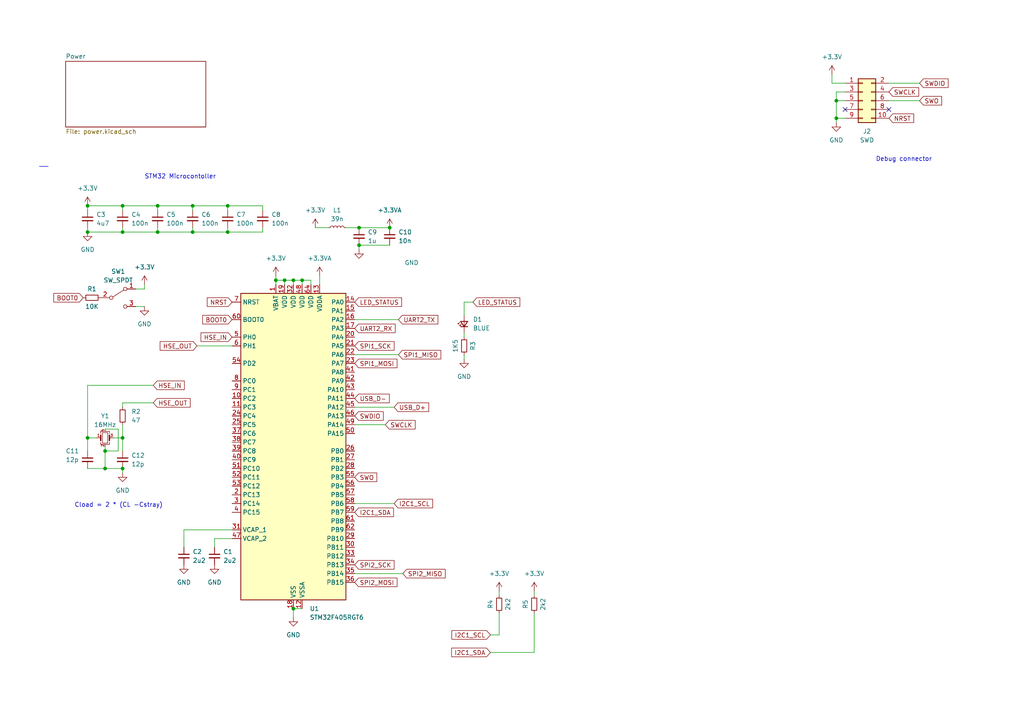
<source format=kicad_sch>
(kicad_sch (version 20230121) (generator eeschema)
  (paper "A4")
  (title_block (title "stm32f405 MCU") (date "2023-10-15") (rev "v1.0") (company "NE Lab ( Ebenezer Asabre )"))
  (lib_symbols
    (symbol "Connector_Generic:Conn_02x05_Odd_Even" (pin_names (offset 1.016) hide)
      (property "Reference" "J" (at 1.27 7.62 0))
      (property "Value" "Conn_02x05_Odd_Even" (at 1.27 -7.62 0))
      (symbol "Conn_02x05_Odd_Even_1_1"
        (rectangle (start -1.27 -4.953) (end 0 -5.207) (stroke (width 0.1524)))
        (rectangle (start -1.27 -2.413) (end 0 -2.667) (stroke (width 0.1524)))
        (rectangle (start -1.27 0.127) (end 0 -0.127) (stroke (width 0.1524)))
        (rectangle (start -1.27 2.667) (end 0 2.413) (stroke (width 0.1524)))
        (rectangle (start -1.27 5.207) (end 0 4.953) (stroke (width 0.1524)))
        (rectangle (start -1.27 6.35) (end 3.81 -6.35) (stroke (width 0.254)) (fill (type background)))
        (rectangle (start 3.81 -4.953) (end 2.54 -5.207) (stroke (width 0.1524)))
        (rectangle (start 3.81 -2.413) (end 2.54 -2.667) (stroke (width 0.1524)))
        (rectangle (start 3.81 0.127) (end 2.54 -0.127) (stroke (width 0.1524)))
        (rectangle (start 3.81 2.667) (end 2.54 2.413) (stroke (width 0.1524)))
        (rectangle (start 3.81 5.207) (end 2.54 4.953) (stroke (width 0.1524)))
        (pin passive line (at -5.08 5.08 0) (length 3.81) (name "Pin_1") (number "1"))
        (pin passive line (at 7.62 -5.08 180) (length 3.81) (name "Pin_10") (number "10"))
        (pin passive line (at 7.62 5.08 180) (length 3.81) (name "Pin_2") (number "2"))
        (pin passive line (at -5.08 2.54 0) (length 3.81) (name "Pin_3") (number "3"))
        (pin passive line (at 7.62 2.54 180) (length 3.81) (name "Pin_4") (number "4"))
        (pin passive line (at -5.08 0 0) (length 3.81) (name "Pin_5") (number "5"))
        (pin passive line (at 7.62 0 180) (length 3.81) (name "Pin_6") (number "6"))
        (pin passive line (at -5.08 -2.54 0) (length 3.81) (name "Pin_7") (number "7"))
        (pin passive line (at 7.62 -2.54 180) (length 3.81) (name "Pin_8") (number "8"))
        (pin passive line (at -5.08 -5.08 0) (length 3.81) (name "Pin_9") (number "9"))
      )
    )
    (symbol "Device:C_Small" (pin_numbers hide) (pin_names (offset 0.254) hide)
      (property "Reference" "C" (at 0.254 1.778 0))
      (property "Value" "C_Small" (at 0.254 -2.032 0))
      (symbol "C_Small_0_1"
        (polyline (pts (xy -1.524 -0.508) (xy 1.524 -0.508)) (stroke (width 0.3302)))
        (polyline (pts (xy -1.524 0.508) (xy 1.524 0.508)) (stroke (width 0.3048)))
      )
      (symbol "C_Small_1_1"
        (pin passive line (at 0 2.54 270) (length 2.032) (name "~") (number "1"))
        (pin passive line (at 0 -2.54 90) (length 2.032) (name "~") (number "2"))
      )
    )
    (symbol "Device:Crystal_GND24_Small" (pin_names (offset 1.016) hide)
      (property "Reference" "Y" (at 1.27 4.445 0))
      (property "Value" "Crystal_GND24_Small" (at 1.27 2.54 0))
      (symbol "Crystal_GND24_Small_0_1"
        (rectangle (start -0.762 -1.524) (end 0.762 1.524))
        (polyline (pts (xy -1.27 -0.762) (xy -1.27 0.762)) (stroke (width 0.381)))
        (polyline (pts (xy 1.27 -0.762) (xy 1.27 0.762)) (stroke (width 0.381)))
        (polyline (pts (xy -1.27 -1.27) (xy -1.27 -1.905) (xy 1.27 -1.905) (xy 1.27 -1.27)))
        (polyline (pts (xy -1.27 1.27) (xy -1.27 1.905) (xy 1.27 1.905) (xy 1.27 1.27)))
      )
      (symbol "Crystal_GND24_Small_1_1"
        (pin passive line (at -2.54 0 0) (length 1.27) (name "1") (number "1"))
        (pin passive line (at 0 -2.54 90) (length 0.635) (name "2") (number "2"))
        (pin passive line (at 2.54 0 180) (length 1.27) (name "3") (number "3"))
        (pin passive line (at 0 2.54 270) (length 0.635) (name "4") (number "4"))
      )
    )
    (symbol "Device:LED_Small" (pin_numbers hide) (pin_names (offset 0.254) hide)
      (property "Reference" "D" (at -1.27 3.175 0))
      (property "Value" "LED_Small" (at -4.445 -2.54 0))
      (symbol "LED_Small_0_1"
        (polyline (pts (xy -0.762 -1.016) (xy -0.762 1.016)) (stroke (width 0.254)))
        (polyline (pts (xy 1.016 0) (xy -0.762 0)))
        (polyline (pts (xy 0.762 -1.016) (xy -0.762 0) (xy 0.762 1.016) (xy 0.762 -1.016)) (stroke (width 0.254)))
        (polyline (pts (xy 0 0.762) (xy -0.508 1.27) (xy -0.254 1.27) (xy -0.508 1.27) (xy -0.508 1.016)))
        (polyline (pts (xy 0.508 1.27) (xy 0 1.778) (xy 0.254 1.778) (xy 0 1.778) (xy 0 1.524)))
      )
      (symbol "LED_Small_1_1"
        (pin passive line (at -2.54 0 0) (length 1.778) (name "K") (number "1"))
        (pin passive line (at 2.54 0 180) (length 1.778) (name "A") (number "2"))
      )
    )
    (symbol "Device:L_Small" (pin_numbers hide) (pin_names (offset 0.254) hide)
      (property "Reference" "L" (at 0.762 1.016 0))
      (property "Value" "L_Small" (at 0.762 -1.016 0))
      (symbol "L_Small_0_1"
        (arc (start 0 -2.032) (mid 0.5058 -1.524) (end 0 -1.016))
        (arc (start 0 -1.016) (mid 0.5058 -0.508) (end 0 0))
        (arc (start 0 0) (mid 0.5058 0.508) (end 0 1.016))
        (arc (start 0 1.016) (mid 0.5058 1.524) (end 0 2.032))
      )
      (symbol "L_Small_1_1"
        (pin passive line (at 0 2.54 270) (length 0.508) (name "~") (number "1"))
        (pin passive line (at 0 -2.54 90) (length 0.508) (name "~") (number "2"))
      )
    )
    (symbol "Device:R_Small" (pin_numbers hide) (pin_names (offset 0.254) hide)
      (property "Reference" "R" (at 0.762 0.508 0))
      (property "Value" "R_Small" (at 0.762 -1.016 0))
      (symbol "R_Small_0_1"
        (rectangle (start -0.762 1.778) (end 0.762 -1.778) (stroke (width 0.2032)))
      )
      (symbol "R_Small_1_1"
        (pin passive line (at 0 2.54 270) (length 0.762) (name "~") (number "1"))
        (pin passive line (at 0 -2.54 90) (length 0.762) (name "~") (number "2"))
      )
    )
    (symbol "MCU_ST_STM32F4:STM32F405RGTx"
      (property "Reference" "U" (at -15.24 46.99 0))
      (property "Value" "STM32F405RGTx" (at 10.16 46.99 0))
      (symbol "STM32F405RGTx_0_1"
        (rectangle (start -15.24 -43.18) (end 15.24 45.72) (stroke (width 0.254)) (fill (type background)))
      )
      (symbol "STM32F405RGTx_1_1"
        (pin power_in line (at -5.08 48.26 270) (length 2.54) (name "VBAT") (number "1"))
        (pin bidirectional line (at -17.78 15.24 0) (length 2.54) (name "PC2") (number "10"))
        (pin bidirectional line (at -17.78 12.7 0) (length 2.54) (name "PC3") (number "11"))
        (pin power_in line (at 2.54 -45.72 90) (length 2.54) (name "VSSA") (number "12"))
        (pin power_in line (at 7.62 48.26 270) (length 2.54) (name "VDDA") (number "13"))
        (pin bidirectional line (at 17.78 43.18 180) (length 2.54) (name "PA0") (number "14"))
        (pin bidirectional line (at 17.78 40.64 180) (length 2.54) (name "PA1") (number "15"))
        (pin bidirectional line (at 17.78 38.1 180) (length 2.54) (name "PA2") (number "16"))
        (pin bidirectional line (at 17.78 35.56 180) (length 2.54) (name "PA3") (number "17"))
        (pin power_in line (at 0 -45.72 90) (length 2.54) (name "VSS") (number "18"))
        (pin power_in line (at -2.54 48.26 270) (length 2.54) (name "VDD") (number "19"))
        (pin bidirectional line (at -17.78 -12.7 0) (length 2.54) (name "PC13") (number "2"))
        (pin bidirectional line (at 17.78 33.02 180) (length 2.54) (name "PA4") (number "20"))
        (pin bidirectional line (at 17.78 30.48 180) (length 2.54) (name "PA5") (number "21"))
        (pin bidirectional line (at 17.78 27.94 180) (length 2.54) (name "PA6") (number "22"))
        (pin bidirectional line (at 17.78 25.4 180) (length 2.54) (name "PA7") (number "23"))
        (pin bidirectional line (at -17.78 10.16 0) (length 2.54) (name "PC4") (number "24"))
        (pin bidirectional line (at -17.78 7.62 0) (length 2.54) (name "PC5") (number "25"))
        (pin bidirectional line (at 17.78 0 180) (length 2.54) (name "PB0") (number "26"))
        (pin bidirectional line (at 17.78 -2.54 180) (length 2.54) (name "PB1") (number "27"))
        (pin bidirectional line (at 17.78 -5.08 180) (length 2.54) (name "PB2") (number "28"))
        (pin bidirectional line (at 17.78 -25.4 180) (length 2.54) (name "PB10") (number "29"))
        (pin bidirectional line (at -17.78 -15.24 0) (length 2.54) (name "PC14") (number "3"))
        (pin bidirectional line (at 17.78 -27.94 180) (length 2.54) (name "PB11") (number "30"))
        (pin power_out line (at -17.78 -22.86 0) (length 2.54) (name "VCAP_1") (number "31"))
        (pin power_in line (at 0 48.26 270) (length 2.54) (name "VDD") (number "32"))
        (pin bidirectional line (at 17.78 -30.48 180) (length 2.54) (name "PB12") (number "33"))
        (pin bidirectional line (at 17.78 -33.02 180) (length 2.54) (name "PB13") (number "34"))
        (pin bidirectional line (at 17.78 -35.56 180) (length 2.54) (name "PB14") (number "35"))
        (pin bidirectional line (at 17.78 -38.1 180) (length 2.54) (name "PB15") (number "36"))
        (pin bidirectional line (at -17.78 5.08 0) (length 2.54) (name "PC6") (number "37"))
        (pin bidirectional line (at -17.78 2.54 0) (length 2.54) (name "PC7") (number "38"))
        (pin bidirectional line (at -17.78 0 0) (length 2.54) (name "PC8") (number "39"))
        (pin bidirectional line (at -17.78 -17.78 0) (length 2.54) (name "PC15") (number "4"))
        (pin bidirectional line (at -17.78 -2.54 0) (length 2.54) (name "PC9") (number "40"))
        (pin bidirectional line (at 17.78 22.86 180) (length 2.54) (name "PA8") (number "41"))
        (pin bidirectional line (at 17.78 20.32 180) (length 2.54) (name "PA9") (number "42"))
        (pin bidirectional line (at 17.78 17.78 180) (length 2.54) (name "PA10") (number "43"))
        (pin bidirectional line (at 17.78 15.24 180) (length 2.54) (name "PA11") (number "44"))
        (pin bidirectional line (at 17.78 12.7 180) (length 2.54) (name "PA12") (number "45"))
        (pin bidirectional line (at 17.78 10.16 180) (length 2.54) (name "PA13") (number "46"))
        (pin power_out line (at -17.78 -25.4 0) (length 2.54) (name "VCAP_2") (number "47"))
        (pin power_in line (at 2.54 48.26 270) (length 2.54) (name "VDD") (number "48"))
        (pin bidirectional line (at 17.78 7.62 180) (length 2.54) (name "PA14") (number "49"))
        (pin bidirectional line (at -17.78 33.02 0) (length 2.54) (name "PH0") (number "5"))
        (pin bidirectional line (at 17.78 5.08 180) (length 2.54) (name "PA15") (number "50"))
        (pin bidirectional line (at -17.78 -5.08 0) (length 2.54) (name "PC10") (number "51"))
        (pin bidirectional line (at -17.78 -7.62 0) (length 2.54) (name "PC11") (number "52"))
        (pin bidirectional line (at -17.78 -10.16 0) (length 2.54) (name "PC12") (number "53"))
        (pin bidirectional line (at -17.78 25.4 0) (length 2.54) (name "PD2") (number "54"))
        (pin bidirectional line (at 17.78 -7.62 180) (length 2.54) (name "PB3") (number "55"))
        (pin bidirectional line (at 17.78 -10.16 180) (length 2.54) (name "PB4") (number "56"))
        (pin bidirectional line (at 17.78 -12.7 180) (length 2.54) (name "PB5") (number "57"))
        (pin bidirectional line (at 17.78 -15.24 180) (length 2.54) (name "PB6") (number "58"))
        (pin bidirectional line (at 17.78 -17.78 180) (length 2.54) (name "PB7") (number "59"))
        (pin bidirectional line (at -17.78 30.48 0) (length 2.54) (name "PH1") (number "6"))
        (pin input line (at -17.78 38.1 0) (length 2.54) (name "BOOT0") (number "60"))
        (pin bidirectional line (at 17.78 -20.32 180) (length 2.54) (name "PB8") (number "61"))
        (pin bidirectional line (at 17.78 -22.86 180) (length 2.54) (name "PB9") (number "62"))
        (pin passive line (at 0 -45.72 90) (length 2.54) hide (name "VSS") (number "63"))
        (pin power_in line (at 5.08 48.26 270) (length 2.54) (name "VDD") (number "64"))
        (pin input line (at -17.78 43.18 0) (length 2.54) (name "NRST") (number "7"))
        (pin bidirectional line (at -17.78 20.32 0) (length 2.54) (name "PC0") (number "8"))
        (pin bidirectional line (at -17.78 17.78 0) (length 2.54) (name "PC1") (number "9"))
      )
    )
    (symbol "Switch:SW_SPDT" (pin_names (offset 0) hide)
      (property "Reference" "SW" (at 0 4.318 0))
      (property "Value" "SW_SPDT" (at 0 -5.08 0))
      (symbol "SW_SPDT_0_0"
        (circle (center -2.032 0) (radius 0.508))
        (circle (center 2.032 -2.54) (radius 0.508))
      )
      (symbol "SW_SPDT_0_1"
        (polyline (pts (xy -1.524 0.254) (xy 1.651 2.286)))
        (circle (center 2.032 2.54) (radius 0.508))
      )
      (symbol "SW_SPDT_1_1"
        (pin passive line (at 5.08 2.54 180) (length 2.54) (name "A") (number "1"))
        (pin passive line (at -5.08 0 0) (length 2.54) (name "B") (number "2"))
        (pin passive line (at 5.08 -2.54 180) (length 2.54) (name "C") (number "3"))
      )
    )
    (symbol "power:+3.3V" (power) (pin_names (offset 0))
      (property "Value" "+3.3V" (at 0 3.556 0))
      (symbol "+3.3V_0_1"
        (polyline (pts (xy -0.762 1.27) (xy 0 2.54)))
        (polyline (pts (xy 0 0) (xy 0 2.54)))
        (polyline (pts (xy 0 2.54) (xy 0.762 1.27)))
      )
      (symbol "+3.3V_1_1"
        (pin power_in line (at 0 0 90) (length 0) hide (name "+3.3V") (number "1"))
      )
    )
    (symbol "power:+3.3VA" (power) (pin_names (offset 0))
      (property "Value" "+3.3VA" (at 0 3.556 0))
      (symbol "+3.3VA_0_1"
        (polyline (pts (xy -0.762 1.27) (xy 0 2.54)))
        (polyline (pts (xy 0 0) (xy 0 2.54)))
        (polyline (pts (xy 0 2.54) (xy 0.762 1.27)))
      )
      (symbol "+3.3VA_1_1"
        (pin power_in line (at 0 0 90) (length 0) hide (name "+3.3VA") (number "1"))
      )
    )
    (symbol "power:GND" (power) (pin_names (offset 0))
      (property "Value" "GND" (at 0 -3.81 0))
      (symbol "GND_0_1"
        (polyline (pts (xy 0 0) (xy 0 -1.27) (xy 1.27 -1.27) (xy 0 -2.54) (xy -1.27 -1.27) (xy 0 -1.27)))
      )
      (symbol "GND_1_1"
        (pin power_in line (at 0 0 270) (length 0) hide (name "GND") (number "1"))
      )
    )
  )
  (junction (at 35.56 67.31))
  (junction (at 82.55 81.28))
  (junction (at 85.09 176.53))
  (junction (at 35.56 135.89))
  (junction (at 35.56 59.69))
  (junction (at 45.72 67.31))
  (junction (at 242.57 34.29))
  (junction (at 55.88 67.31))
  (junction (at 30.48 135.89))
  (junction (at 55.88 59.69))
  (junction (at 85.09 81.28))
  (junction (at 66.04 67.31))
  (junction (at 25.4 127))
  (junction (at 104.14 71.12))
  (junction (at 25.4 67.31))
  (junction (at 113.03 66.04))
  (junction (at 25.4 59.69))
  (junction (at 104.14 66.04))
  (junction (at 80.01 81.28))
  (junction (at 242.57 29.21))
  (junction (at 35.56 127))
  (junction (at 66.04 59.69))
  (junction (at 87.63 81.28))
  (junction (at 30.48 130.81))
  (junction (at 45.72 59.69))
  (no_connect (at 245.11 31.75))
  (no_connect (at 257.81 31.75))
  (wire (pts (xy 66.04 66.04) (xy 66.04 67.31)))
  (wire (pts (xy 55.88 59.69) (xy 55.88 60.96)))
  (wire (pts (xy 102.87 166.37) (xy 116.84 166.37)))
  (wire (pts (xy 242.57 29.21) (xy 242.57 34.29)))
  (wire (pts (xy 35.56 59.69) (xy 35.56 60.96)))
  (wire (pts (xy 80.01 81.28) (xy 80.01 82.55)))
  (wire (pts (xy 134.62 91.44) (xy 134.62 87.63)))
  (wire (pts (xy 100.33 66.04) (xy 104.14 66.04)))
  (wire (pts (xy 102.87 123.19) (xy 111.76 123.19)))
  (wire (pts (xy 39.37 88.9) (xy 41.91 88.9)))
  (wire (pts (xy 76.2 59.69) (xy 76.2 60.96)))
  (wire (pts (xy 45.72 67.31) (xy 55.88 67.31)))
  (wire (pts (xy 102.87 102.87) (xy 115.57 102.87)))
  (wire (pts (xy 44.45 111.76) (xy 25.4 111.76)))
  (wire (pts (xy 35.56 66.04) (xy 35.56 67.31)))
  (wire (pts (xy 154.94 189.23) (xy 142.24 189.23)))
  (wire (pts (xy 87.63 81.28) (xy 87.63 82.55)))
  (wire (pts (xy 25.4 60.96) (xy 25.4 59.69)))
  (wire (pts (xy 82.55 81.28) (xy 82.55 82.55)))
  (wire (pts (xy 82.55 81.28) (xy 85.09 81.28)))
  (wire (pts (xy 134.62 102.87) (xy 134.62 104.14)))
  (wire (pts (xy 33.02 127) (xy 35.56 127)))
  (wire (pts (xy 27.94 127) (xy 25.4 127)))
  (wire (pts (xy 66.04 67.31) (xy 76.2 67.31)))
  (wire (pts (xy 154.94 177.8) (xy 154.94 189.23)))
  (wire (pts (xy 67.31 153.67) (xy 53.34 153.67)))
  (wire (pts (xy 92.71 80.01) (xy 92.71 82.55)))
  (wire (pts (xy 102.87 146.05) (xy 114.3 146.05)))
  (wire (pts (xy 35.56 116.84) (xy 44.45 116.84)))
  (wire (pts (xy 85.09 176.53) (xy 87.63 176.53)))
  (wire (pts (xy 104.14 71.12) (xy 104.14 72.39)))
  (wire (pts (xy 25.4 67.31) (xy 35.56 67.31)))
  (wire (pts (xy 55.88 66.04) (xy 55.88 67.31)))
  (wire (pts (xy 245.11 34.29) (xy 242.57 34.29)))
  (wire (pts (xy 25.4 59.69) (xy 35.56 59.69)))
  (wire (pts (xy 104.14 71.12) (xy 113.03 71.12)))
  (wire (pts (xy 85.09 176.53) (xy 85.09 179.07)))
  (wire (pts (xy 62.23 156.21) (xy 62.23 158.75)))
  (wire (pts (xy 55.88 59.69) (xy 66.04 59.69)))
  (wire (pts (xy 134.62 96.52) (xy 134.62 97.79)))
  (wire (pts (xy 55.88 67.31) (xy 66.04 67.31)))
  (wire (pts (xy 25.4 111.76) (xy 25.4 127)))
  (wire (pts (xy 34.29 124.46) (xy 34.29 130.81)))
  (wire (pts (xy 35.56 118.11) (xy 35.56 116.84)))
  (wire (pts (xy 35.56 67.31) (xy 45.72 67.31)))
  (wire (pts (xy 35.56 123.19) (xy 35.56 127)))
  (wire (pts (xy 30.48 124.46) (xy 34.29 124.46)))
  (wire (pts (xy 144.78 184.15) (xy 142.24 184.15)))
  (wire (pts (xy 35.56 59.69) (xy 45.72 59.69)))
  (wire (pts (xy 30.48 130.81) (xy 30.48 135.89)))
  (wire (pts (xy 102.87 118.11) (xy 114.3 118.11)))
  (wire (pts (xy 35.56 127) (xy 35.56 130.81)))
  (wire (pts (xy 85.09 81.28) (xy 85.09 82.55)))
  (wire (pts (xy 242.57 34.29) (xy 242.57 35.56)))
  (wire (pts (xy 154.94 171.45) (xy 154.94 172.72)))
  (wire (pts (xy 80.01 81.28) (xy 82.55 81.28)))
  (wire (pts (xy 39.37 83.82) (xy 41.91 83.82)))
  (wire (pts (xy 144.78 177.8) (xy 144.78 184.15)))
  (wire (pts (xy 30.48 135.89) (xy 35.56 135.89)))
  (wire (pts (xy 91.44 66.04) (xy 95.25 66.04)))
  (wire (pts (xy 134.62 87.63) (xy 137.16 87.63)))
  (wire (pts (xy 67.31 156.21) (xy 62.23 156.21)))
  (wire (pts (xy 35.56 135.89) (xy 35.56 137.16)))
  (wire (pts (xy 242.57 26.67) (xy 242.57 29.21)))
  (wire (pts (xy 45.72 66.04) (xy 45.72 67.31)))
  (wire (pts (xy 80.01 80.01) (xy 80.01 81.28)))
  (wire (pts (xy 34.29 130.81) (xy 30.48 130.81)))
  (wire (pts (xy 25.4 135.89) (xy 30.48 135.89)))
  (wire (pts (xy 45.72 59.69) (xy 45.72 60.96)))
  (wire (pts (xy 45.72 59.69) (xy 55.88 59.69)))
  (wire (pts (xy 144.78 171.45) (xy 144.78 172.72)))
  (wire (pts (xy 245.11 24.13) (xy 241.3 24.13)))
  (wire (pts (xy 66.04 59.69) (xy 66.04 60.96)))
  (wire (pts (xy 90.17 81.28) (xy 90.17 82.55)))
  (polyline (pts (xy 11.43 48.26) (xy 13.97 48.26)))
  (wire (pts (xy 102.87 92.71) (xy 115.57 92.71)))
  (wire (pts (xy 87.63 81.28) (xy 90.17 81.28)))
  (wire (pts (xy 66.04 59.69) (xy 76.2 59.69)))
  (wire (pts (xy 257.81 24.13) (xy 266.7 24.13)))
  (wire (pts (xy 25.4 66.04) (xy 25.4 67.31)))
  (wire (pts (xy 257.81 29.21) (xy 266.7 29.21)))
  (wire (pts (xy 30.48 129.54) (xy 30.48 130.81)))
  (wire (pts (xy 241.3 24.13) (xy 241.3 21.59)))
  (wire (pts (xy 85.09 81.28) (xy 87.63 81.28)))
  (wire (pts (xy 57.15 100.33) (xy 67.31 100.33)))
  (wire (pts (xy 53.34 153.67) (xy 53.34 158.75)))
  (wire (pts (xy 41.91 83.82) (xy 41.91 82.55)))
  (wire (pts (xy 245.11 26.67) (xy 242.57 26.67)))
  (wire (pts (xy 76.2 67.31) (xy 76.2 66.04)))
  (wire (pts (xy 242.57 29.21) (xy 245.11 29.21)))
  (wire (pts (xy 104.14 66.04) (xy 113.03 66.04)))
  (wire (pts (xy 25.4 127) (xy 25.4 130.81)))
  (text "Cload = 2 * (CL -Cstray)" (at 21.59 147.32 0) (effects (font (size 1.27 1.27)) (justify left bottom)))
  (text "STM32 Microcontoller" (at 41.91 52.07 0) (effects (font (size 1.27 1.27)) (justify left bottom)))
  (text "Debug connector" (at 254 46.99 0) (effects (font (size 1.27 1.27)) (justify left bottom)))
  (global_label "SPI1_SCK" (shape input) (at 102.87 100.33 0) (property "Intersheetrefs" "${INTERSHEET_REFS}" (effects hide)))
  (global_label "BOOT0" (shape input) (at 67.31 92.71 180) (property "Intersheetrefs" "${INTERSHEET_REFS}" (effects hide)))
  (global_label "USB_D+" (shape input) (at 114.3 118.11 0) (property "Intersheetrefs" "${INTERSHEET_REFS}" (effects hide)))
  (global_label "SPI2_SCK" (shape input) (at 102.87 163.83 0) (property "Intersheetrefs" "${INTERSHEET_REFS}" (effects hide)))
  (global_label "SPI2_MOSI" (shape input) (at 102.87 168.91 0) (property "Intersheetrefs" "${INTERSHEET_REFS}" (effects hide)))
  (global_label "SWO" (shape input) (at 102.87 138.43 0) (property "Intersheetrefs" "${INTERSHEET_REFS}" (effects hide)))
  (global_label "HSE_OUT" (shape input) (at 57.15 100.33 180) (property "Intersheetrefs" "${INTERSHEET_REFS}" (effects hide)))
  (global_label "I2C1_SDA" (shape input) (at 142.24 189.23 180) (property "Intersheetrefs" "${INTERSHEET_REFS}" (effects hide)))
  (global_label "SPI1_MISO" (shape input) (at 115.57 102.87 0) (property "Intersheetrefs" "${INTERSHEET_REFS}" (effects hide)))
  (global_label "NRST" (shape input) (at 257.81 34.29 0) (property "Intersheetrefs" "${INTERSHEET_REFS}" (effects hide)))
  (global_label "HSE_IN" (shape input) (at 67.31 97.79 180) (property "Intersheetrefs" "${INTERSHEET_REFS}" (effects hide)))
  (global_label "SWO" (shape input) (at 266.7 29.21 0) (property "Intersheetrefs" "${INTERSHEET_REFS}" (effects hide)))
  (global_label "I2C1_SCL" (shape input) (at 114.3 146.05 0) (property "Intersheetrefs" "${INTERSHEET_REFS}" (effects hide)))
  (global_label "USB_D-" (shape input) (at 102.87 115.57 0) (property "Intersheetrefs" "${INTERSHEET_REFS}" (effects hide)))
  (global_label "SPI1_MOSI" (shape input) (at 102.87 105.41 0) (property "Intersheetrefs" "${INTERSHEET_REFS}" (effects hide)))
  (global_label "LED_STATUS" (shape input) (at 137.16 87.63 0) (property "Intersheetrefs" "${INTERSHEET_REFS}" (effects hide)))
  (global_label "SWCLK" (shape input) (at 257.81 26.67 0) (property "Intersheetrefs" "${INTERSHEET_REFS}" (effects hide)))
  (global_label "SWCLK" (shape input) (at 111.76 123.19 0) (property "Intersheetrefs" "${INTERSHEET_REFS}" (effects hide)))
  (global_label "I2C1_SCL" (shape input) (at 142.24 184.15 180) (property "Intersheetrefs" "${INTERSHEET_REFS}" (effects hide)))
  (global_label "HSE_IN" (shape input) (at 44.45 111.76 0) (property "Intersheetrefs" "${INTERSHEET_REFS}" (effects hide)))
  (global_label "NRST" (shape input) (at 67.31 87.63 180) (property "Intersheetrefs" "${INTERSHEET_REFS}" (effects hide)))
  (global_label "UART2_RX" (shape input) (at 102.87 95.25 0) (property "Intersheetrefs" "${INTERSHEET_REFS}" (effects hide)))
  (global_label "SWDIO" (shape input) (at 102.87 120.65 0) (property "Intersheetrefs" "${INTERSHEET_REFS}" (effects hide)))
  (global_label "HSE_OUT" (shape input) (at 44.45 116.84 0) (property "Intersheetrefs" "${INTERSHEET_REFS}" (effects hide)))
  (global_label "BOOT0" (shape input) (at 24.13 86.36 180) (property "Intersheetrefs" "${INTERSHEET_REFS}" (effects hide)))
  (global_label "SPI2_MISO" (shape input) (at 116.84 166.37 0) (property "Intersheetrefs" "${INTERSHEET_REFS}" (effects hide)))
  (global_label "UART2_TX" (shape input) (at 115.57 92.71 0) (property "Intersheetrefs" "${INTERSHEET_REFS}" (effects hide)))
  (global_label "I2C1_SDA" (shape input) (at 102.87 148.59 0) (property "Intersheetrefs" "${INTERSHEET_REFS}" (effects hide)))
  (global_label "SWDIO" (shape input) (at 266.7 24.13 0) (property "Intersheetrefs" "${INTERSHEET_REFS}" (effects hide)))
  (global_label "LED_STATUS" (shape input) (at 102.87 87.63 0) (property "Intersheetrefs" "${INTERSHEET_REFS}" (effects hide)))
  (symbol (lib_id "Device:C_Small") (at 25.4 133.35 0) (unit 1)
    (property "Reference" "C11" (at 19.05 130.81 0) (effects (justify left)))
    (property "Value" "12p" (at 19.05 133.35 0) (effects (justify left)))
  )
  (symbol (lib_id "Connector_Generic:Conn_02x05_Odd_Even") (at 250.19 29.21 0) (unit 1)
    (property "Reference" "J2" (at 251.46 38.1 0))
    (property "Value" "SWD" (at 251.46 40.64 0))
  )
  (symbol (lib_id "power:GND") (at 85.09 179.07 0) (unit 1)
    (property "Reference" "#PWR01" (effects hide))
    (property "Value" "GND" (at 85.09 184.15 0))
  )
  (symbol (lib_id "power:+3.3V") (at 91.44 66.04 0) (unit 1)
    (property "Reference" "#PWR010" (effects hide))
    (property "Value" "+3.3V" (at 91.44 60.96 0))
  )
  (symbol (lib_id "Switch:SW_SPDT") (at 34.29 86.36 0) (unit 1)
    (property "Reference" "SW1" (at 34.29 78.74 0))
    (property "Value" "SW_SPDT" (at 34.29 81.28 0))
  )
  (symbol (lib_id "power:GND") (at 41.91 88.9 0) (unit 1)
    (property "Reference" "#PWR07" (effects hide))
    (property "Value" "GND" (at 41.91 93.98 0))
  )
  (symbol (lib_id "Device:C_Small") (at 35.56 63.5 0) (unit 1)
    (property "Reference" "C4" (at 38.1 62.2363 0) (effects (justify left)))
    (property "Value" "100n" (at 38.1 64.7763 0) (effects (justify left)))
  )
  (symbol (lib_id "power:+3.3V") (at 144.78 171.45 0) (unit 1)
    (property "Reference" "#PWR019" (effects hide))
    (property "Value" "+3.3V" (at 144.78 166.37 0))
  )
  (symbol (lib_id "power:+3.3V") (at 25.4 59.69 0) (unit 1)
    (property "Reference" "#PWR08" (effects hide))
    (property "Value" "+3.3V" (at 25.4 54.61 0))
  )
  (symbol (lib_id "Device:R_Small") (at 35.56 120.65 0) (unit 1)
    (property "Reference" "R2" (at 38.1 119.38 0) (effects (justify left)))
    (property "Value" "47" (at 38.1 121.92 0) (effects (justify left)))
  )
  (symbol (lib_id "Device:R_Small") (at 134.62 100.33 0) (unit 1)
    (property "Reference" "R3" (at 137.16 100.33 90))
    (property "Value" "1K5" (at 132.08 100.33 90))
  )
  (symbol (lib_id "MCU_ST_STM32F4:STM32F405RGTx") (at 85.09 130.81 0) (unit 1)
    (property "Reference" "U1" (at 89.8241 176.53 0) (effects (justify left)))
    (property "Value" "STM32F405RGT6" (at 89.8241 179.07 0) (effects (justify left)))
    (property "Footprint" "Package_QFP:LQFP-64_10x10mm_P0.5mm" (effects hide))
    (property "Datasheet" "https://www.st.com/resource/en/datasheet/stm32f405rg.pdf" (effects hide))
  )
  (symbol (lib_id "Device:Crystal_GND24_Small") (at 30.48 127 0) (unit 1)
    (property "Reference" "Y1" (at 30.48 120.65 0))
    (property "Value" "16MHz" (at 30.48 123.19 0))
  )
  (symbol (lib_id "power:+3.3V") (at 154.94 171.45 0) (unit 1)
    (property "Reference" "#PWR020" (effects hide))
    (property "Value" "+3.3V" (at 154.94 166.37 0))
  )
  (symbol (lib_id "power:+3.3V") (at 41.91 82.55 0) (unit 1)
    (property "Reference" "#PWR06" (effects hide))
    (property "Value" "+3.3V" (at 41.91 77.47 0))
  )
  (symbol (lib_id "power:+3.3VA") (at 113.03 66.04 0) (unit 1)
    (property "Reference" "#PWR012" (effects hide))
    (property "Value" "+3.3VA" (at 113.03 60.96 0))
  )
  (symbol (lib_id "Device:C_Small") (at 104.14 68.58 0) (unit 1)
    (property "Reference" "C9" (at 106.68 67.3163 0) (effects (justify left)))
    (property "Value" "1u" (at 106.68 69.8563 0) (effects (justify left)))
  )
  (symbol (lib_id "Device:C_Small") (at 62.23 161.29 0) (unit 1)
    (property "Reference" "C1" (at 64.77 160.0263 0) (effects (justify left)))
    (property "Value" "2u2" (at 64.77 162.5663 0) (effects (justify left)))
  )
  (symbol (lib_id "Device:LED_Small") (at 134.62 93.98 90) (unit 1)
    (property "Reference" "D1" (at 137.16 92.6465 90) (effects (justify right)))
    (property "Value" "BLUE" (at 137.16 95.1865 90) (effects (justify right)))
  )
  (symbol (lib_id "Device:C_Small") (at 66.04 63.5 0) (unit 1)
    (property "Reference" "C7" (at 68.58 62.2363 0) (effects (justify left)))
    (property "Value" "100n" (at 68.58 64.7763 0) (effects (justify left)))
  )
  (symbol (lib_id "Device:R_Small") (at 154.94 175.26 180) (unit 1)
    (property "Reference" "R5" (at 152.4 175.26 90))
    (property "Value" "2k2" (at 157.48 175.26 90))
  )
  (symbol (lib_id "Device:C_Small") (at 76.2 63.5 0) (unit 1)
    (property "Reference" "C8" (at 78.74 62.2363 0) (effects (justify left)))
    (property "Value" "100n" (at 78.74 64.7763 0) (effects (justify left)))
  )
  (symbol (lib_id "Device:C_Small") (at 55.88 63.5 0) (unit 1)
    (property "Reference" "C6" (at 58.42 62.2363 0) (effects (justify left)))
    (property "Value" "100n" (at 58.42 64.7763 0) (effects (justify left)))
  )
  (symbol (lib_id "power:+3.3VA") (at 92.71 80.01 0) (unit 1)
    (property "Reference" "#PWR03" (effects hide))
    (property "Value" "+3.3VA" (at 92.71 74.93 0))
  )
  (symbol (lib_id "power:GND") (at 53.34 163.83 0) (unit 1)
    (property "Reference" "#PWR04" (effects hide))
    (property "Value" "GND" (at 53.34 168.91 0))
  )
  (symbol (lib_id "Device:L_Small") (at 97.79 66.04 90) (unit 1)
    (property "Reference" "L1" (at 97.79 60.96 90))
    (property "Value" "39n" (at 97.79 63.5 90))
  )
  (symbol (lib_id "Device:C_Small") (at 35.56 133.35 0) (unit 1)
    (property "Reference" "C12" (at 38.1 132.0863 0) (effects (justify left)))
    (property "Value" "12p" (at 38.1 134.6263 0) (effects (justify left)))
  )
  (symbol (lib_id "Device:C_Small") (at 25.4 63.5 0) (unit 1)
    (property "Reference" "C3" (at 27.94 62.2363 0) (effects (justify left)))
    (property "Value" "4u7" (at 27.94 64.7763 0) (effects (justify left)))
  )
  (symbol (lib_id "Device:C_Small") (at 53.34 161.29 0) (unit 1)
    (property "Reference" "C2" (at 55.88 160.0263 0) (effects (justify left)))
    (property "Value" "2u2" (at 55.88 162.5663 0) (effects (justify left)))
  )
  (symbol (lib_id "Device:R_Small") (at 26.67 86.36 90) (unit 1)
    (property "Reference" "R1" (at 26.67 83.82 90))
    (property "Value" "10K" (at 26.67 88.9 90))
  )
  (symbol (lib_id "power:GND") (at 104.14 72.39 0) (unit 1)
    (property "Reference" "#PWR011" (effects hide))
    (property "Value" "GND" (at 119.38 76.2 0))
  )
  (symbol (lib_id "Device:C_Small") (at 113.03 68.58 0) (unit 1)
    (property "Reference" "C10" (at 115.57 67.3163 0) (effects (justify left)))
    (property "Value" "10n" (at 115.57 69.8563 0) (effects (justify left)))
  )
  (symbol (lib_id "power:GND") (at 35.56 137.16 0) (unit 1)
    (property "Reference" "#PWR013" (effects hide))
    (property "Value" "GND" (at 35.56 142.24 0))
  )
  (symbol (lib_id "Device:R_Small") (at 144.78 175.26 180) (unit 1)
    (property "Reference" "R4" (at 142.24 175.26 90))
    (property "Value" "2k2" (at 147.32 175.26 90))
  )
  (symbol (lib_id "power:+3.3V") (at 241.3 21.59 0) (unit 1)
    (property "Reference" "#PWR017" (effects hide))
    (property "Value" "+3.3V" (at 241.3 16.51 0))
  )
  (symbol (lib_id "Device:C_Small") (at 45.72 63.5 0) (unit 1)
    (property "Reference" "C5" (at 48.26 62.2363 0) (effects (justify left)))
    (property "Value" "100n" (at 48.26 64.7763 0) (effects (justify left)))
  )
  (symbol (lib_id "power:GND") (at 25.4 67.31 0) (unit 1)
    (property "Reference" "#PWR09" (effects hide))
    (property "Value" "GND" (at 25.4 72.39 0))
  )
  (symbol (lib_id "power:GND") (at 134.62 104.14 0) (unit 1)
    (property "Reference" "#PWR014" (effects hide))
    (property "Value" "GND" (at 134.62 109.22 0))
  )
  (symbol (lib_id "power:+3.3V") (at 80.01 80.01 0) (unit 1)
    (property "Reference" "#PWR02" (effects hide))
    (property "Value" "+3.3V" (at 80.01 74.93 0))
  )
  (symbol (lib_id "power:GND") (at 242.57 35.56 0) (unit 1)
    (property "Reference" "#PWR018" (effects hide))
    (property "Value" "GND" (at 242.57 40.64 0))
  )
  (symbol (lib_id "power:GND") (at 62.23 163.83 0) (unit 1)
    (property "Reference" "#PWR05" (effects hide))
    (property "Value" "GND" (at 62.23 168.91 0))
  )
  (sheet (at 19.05 17.78) (size 40.64 19.05) (stroke (width 0.1524))
    (property "Sheetname" "Power" (at 19.05 17.0684 0) (effects (justify left bottom)))
    (property "Sheetfile" "power.kicad_sch" (at 19.05 37.4146 0) (effects (justify left top)))
  )
)
</source>
